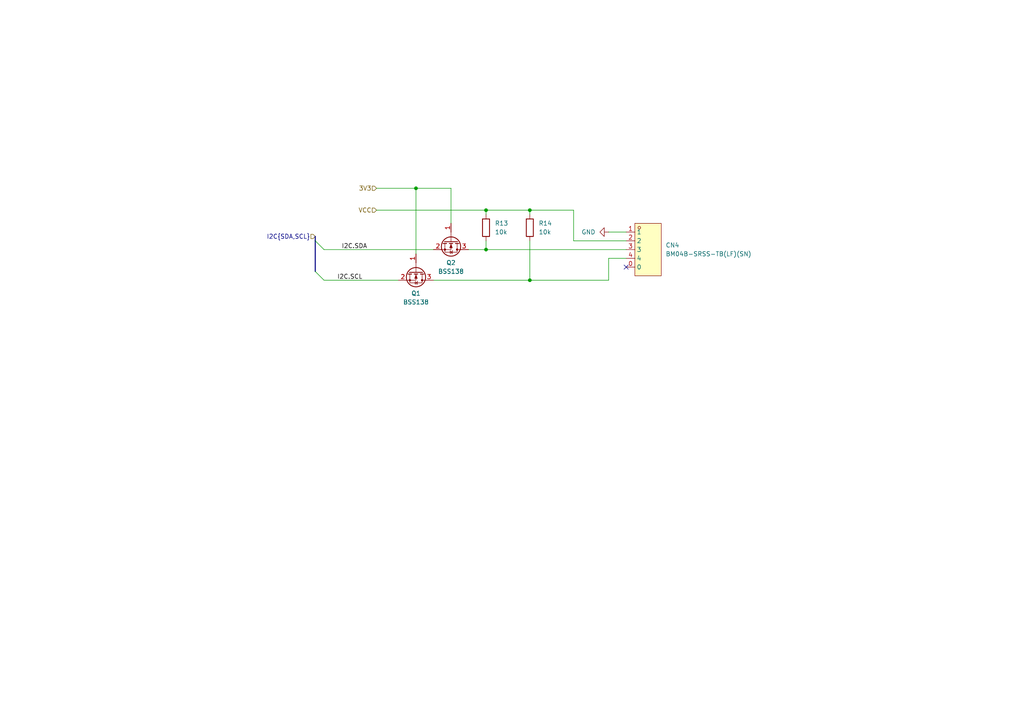
<source format=kicad_sch>
(kicad_sch (version 20250114) (generator "eeschema") (generator_version "9.0")
  (paper "A4")
  (lib_symbols
    (symbol "Device:R" (pin_numbers (hide yes)) (pin_names (offset 0))
      (property "Reference" "R" (at 2.032 0 90))
      (property "Value" "R" (at 0 0 90))
      (symbol "R_0_1"
        (rectangle (start -1.016 -2.54) (end 1.016 2.54) (stroke (width 0.254)))
      )
      (symbol "R_1_1"
        (pin passive line (at 0 3.81 270) (length 1.27) (name "~") (number "1"))
        (pin passive line (at 0 -3.81 90) (length 1.27) (name "~") (number "2"))
      )
    )
    (symbol "Transistor_FET:BSS138" (pin_names (hide yes))
      (property "Reference" "Q" (at 5.08 1.905 0))
      (property "Value" "BSS138" (at 5.08 0 0))
      (symbol "BSS138_0_1"
        (polyline (pts (xy 0.254 1.905) (xy 0.254 -1.905)) (stroke (width 0.254)))
        (polyline (pts (xy 0.254 0) (xy -2.54 0)))
        (polyline (pts (xy 0.762 2.286) (xy 0.762 1.27)) (stroke (width 0.254)))
        (polyline (pts (xy 0.762 0.508) (xy 0.762 -0.508)) (stroke (width 0.254)))
        (polyline (pts (xy 0.762 -1.27) (xy 0.762 -2.286)) (stroke (width 0.254)))
        (polyline (pts (xy 0.762 -1.778) (xy 3.302 -1.778) (xy 3.302 1.778) (xy 0.762 1.778)))
        (polyline (pts (xy 1.016 0) (xy 2.032 0.381) (xy 2.032 -0.381) (xy 1.016 0)) (fill (type outline)))
        (circle (center 1.651 0) (radius 2.794) (stroke (width 0.254)))
        (polyline (pts (xy 2.54 2.54) (xy 2.54 1.778)))
        (circle (center 2.54 1.778) (radius 0.254) (fill (type outline)))
        (circle (center 2.54 -1.778) (radius 0.254) (fill (type outline)))
        (polyline (pts (xy 2.54 -2.54) (xy 2.54 0) (xy 0.762 0)))
        (polyline (pts (xy 2.794 0.508) (xy 2.921 0.381) (xy 3.683 0.381) (xy 3.81 0.254)))
        (polyline (pts (xy 3.302 0.381) (xy 2.921 -0.254) (xy 3.683 -0.254) (xy 3.302 0.381)))
      )
      (symbol "BSS138_1_1"
        (pin input line (at -5.08 0 0) (length 2.54) (name "G") (number "1"))
        (pin passive line (at 2.54 5.08 270) (length 2.54) (name "D") (number "3"))
        (pin passive line (at 2.54 -5.08 90) (length 2.54) (name "S") (number "2"))
      )
    )
    (symbol "easyeda2kicad:BM04B-SRSS-TB(LF)(SN)"
      (property "Reference" "CN" (at 0 10.16 0))
      (property "Value" "BM04B-SRSS-TB(LF)(SN)" (at 0 -10.16 0))
      (symbol "BM04B-SRSS-TB(LF)(SN)_0_1"
        (rectangle (start -2.54 7.62) (end 5.08 -7.62) (fill (type background)))
        (circle (center -1.27 6.35) (radius 0.38))
        (pin unspecified line (at -5.08 5.08 0) (length 2.54) (name "1") (number "1"))
        (pin unspecified line (at -5.08 2.54 0) (length 2.54) (name "2") (number "2"))
        (pin unspecified line (at -5.08 0 0) (length 2.54) (name "3") (number "3"))
        (pin unspecified line (at -5.08 -2.54 0) (length 2.54) (name "4") (number "4"))
        (pin unspecified line (at -5.08 -5.08 0) (length 2.54) (name "0") (number "0"))
      )
    )
    (symbol "power:GND" (power) (pin_numbers (hide yes)) (pin_names (offset 0) (hide yes))
      (property "Value" "GND" (at 0 -3.81 0))
      (symbol "GND_0_1"
        (polyline (pts (xy 0 0) (xy 0 -1.27) (xy 1.27 -1.27) (xy 0 -2.54) (xy -1.27 -1.27) (xy 0 -1.27)))
      )
      (symbol "GND_1_1"
        (pin power_in line (at 0 0 270) (length 0) (name "~") (number "1"))
      )
    )
  )
  (junction (at 120.65 54.61))
  (junction (at 153.67 81.28))
  (junction (at 140.97 60.96))
  (junction (at 140.97 72.39))
  (junction (at 153.67 60.96))
  (no_connect (at 181.61 77.47))
  (bus_entry (at 91.44 69.85) (size 2.54 2.54))
  (bus_entry (at 91.44 78.74) (size 2.54 2.54))
  (wire (pts (xy 153.67 69.85) (xy 153.67 81.28)))
  (bus (pts (xy 91.44 69.85) (xy 91.44 78.74)))
  (wire (pts (xy 153.67 60.96) (xy 153.67 62.23)))
  (wire (pts (xy 140.97 60.96) (xy 153.67 60.96)))
  (wire (pts (xy 93.98 72.39) (xy 125.73 72.39)))
  (wire (pts (xy 135.89 72.39) (xy 140.97 72.39)))
  (wire (pts (xy 120.65 54.61) (xy 109.22 54.61)))
  (bus (pts (xy 91.44 68.58) (xy 91.44 69.85)))
  (wire (pts (xy 166.37 69.85) (xy 181.61 69.85)))
  (wire (pts (xy 120.65 73.66) (xy 120.65 54.61)))
  (wire (pts (xy 130.81 64.77) (xy 130.81 54.61)))
  (wire (pts (xy 140.97 60.96) (xy 140.97 62.23)))
  (wire (pts (xy 153.67 81.28) (xy 176.53 81.28)))
  (wire (pts (xy 125.73 81.28) (xy 153.67 81.28)))
  (wire (pts (xy 140.97 69.85) (xy 140.97 72.39)))
  (wire (pts (xy 130.81 54.61) (xy 120.65 54.61)))
  (wire (pts (xy 176.53 81.28) (xy 176.53 74.93)))
  (wire (pts (xy 93.98 81.28) (xy 115.57 81.28)))
  (wire (pts (xy 109.22 60.96) (xy 140.97 60.96)))
  (wire (pts (xy 166.37 60.96) (xy 166.37 69.85)))
  (wire (pts (xy 140.97 72.39) (xy 181.61 72.39)))
  (wire (pts (xy 176.53 74.93) (xy 181.61 74.93)))
  (wire (pts (xy 176.53 67.31) (xy 181.61 67.31)))
  (wire (pts (xy 153.67 60.96) (xy 166.37 60.96)))
  (label "I2C.SDA" (at 99.06 72.39 0))
  (label "I2C.SCL" (at 97.79 81.28 0))
  (hierarchical_label "3V3" (shape input) (at 109.22 54.61 180))
  (hierarchical_label "I2C{SDA,SCL}" (shape input) (at 91.44 68.58 180))
  (hierarchical_label "VCC" (shape input) (at 109.22 60.96 180))
  (symbol (lib_id "easyeda2kicad:BM04B-SRSS-TB(LF)(SN)") (at 186.69 72.39 0) (unit 1)
    (property "Reference" "CN4" (at 193.04 71.1199 0) (effects (justify left)))
    (property "Value" "BM04B-SRSS-TB(LF)(SN)" (at 193.04 73.6599 0) (effects (justify left)))
    (property "Footprint" "easyeda2kicad:CONN-SMD_BM04B-SRSS-TB" (effects (hide yes)))
    (property "Datasheet" "https://lcsc.com/product-detail/Others_JST-Sales-America__JST-Sales-America-BM04B-SRSS-TB-LF-SN_C160390.html" (effects (hide yes)))
    (property "LCSC Part" "C160390" (effects (hide yes)))
  )
  (symbol (lib_id "power:GND") (at 176.53 67.31 270) (unit 1)
    (property "Reference" "#PWR016" (effects (hide yes)))
    (property "Value" "GND" (at 172.72 67.3099 90) (effects (justify right)))
    (property "Description" "Power symbol creates a global label with name \"GND\" , ground" (effects (hide yes)))
  )
  (symbol (lib_id "Device:R") (at 153.67 66.04 0) (unit 1)
    (property "Reference" "R14" (at 156.21 64.7699 0) (effects (justify left)))
    (property "Value" "10k" (at 156.21 67.3099 0) (effects (justify left)))
    (property "Footprint" "Resistor_SMD:R_0603_1608Metric" (effects (hide yes)))
    (property "Description" "Resistor" (effects (hide yes)))
  )
  (symbol (lib_id "Device:R") (at 140.97 66.04 0) (unit 1)
    (property "Reference" "R13" (at 143.51 64.7699 0) (effects (justify left)))
    (property "Value" "10k" (at 143.51 67.3099 0) (effects (justify left)))
    (property "Footprint" "Resistor_SMD:R_0603_1608Metric" (effects (hide yes)))
    (property "Description" "Resistor" (effects (hide yes)))
  )
  (symbol (lib_id "Transistor_FET:BSS138") (at 120.65 78.74 270) (unit 1)
    (property "Reference" "Q1" (at 120.65 85.09 90))
    (property "Value" "BSS138" (at 120.65 87.63 90))
    (property "Footprint" "Package_TO_SOT_SMD:SOT-23" (effects (hide yes)))
    (property "Datasheet" "https://www.onsemi.com/pub/Collateral/BSS138-D.PDF" (effects (hide yes)))
    (property "Description" "50V Vds, 0.22A Id, N-Channel MOSFET, SOT-23" (effects (hide yes)))
  )
  (symbol (lib_id "Transistor_FET:BSS138") (at 130.81 69.85 270) (unit 1)
    (property "Reference" "Q2" (at 130.81 76.2 90))
    (property "Value" "BSS138" (at 130.81 78.74 90))
    (property "Footprint" "Package_TO_SOT_SMD:SOT-23" (effects (hide yes)))
    (property "Datasheet" "https://www.onsemi.com/pub/Collateral/BSS138-D.PDF" (effects (hide yes)))
    (property "Description" "50V Vds, 0.22A Id, N-Channel MOSFET, SOT-23" (effects (hide yes)))
  )
)
</source>
